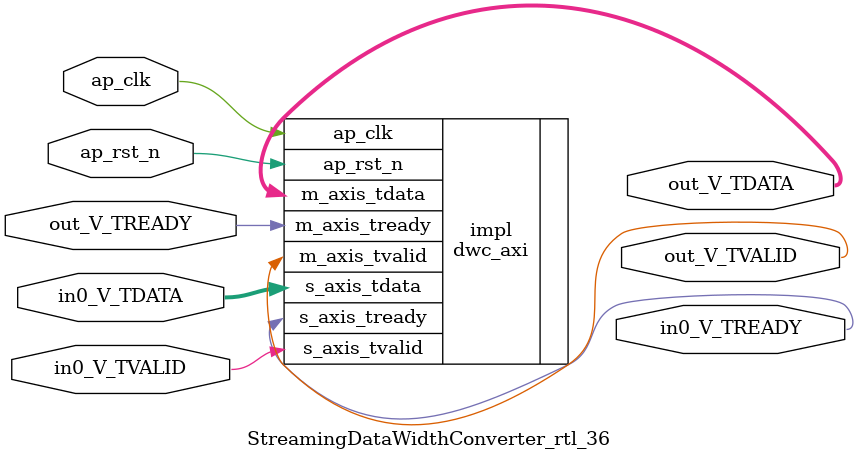
<source format=v>
/******************************************************************************
 * Copyright (C) 2023, Advanced Micro Devices, Inc.
 * All rights reserved.
 *
 * Redistribution and use in source and binary forms, with or without
 * modification, are permitted provided that the following conditions are met:
 *
 *  1. Redistributions of source code must retain the above copyright notice,
 *     this list of conditions and the following disclaimer.
 *
 *  2. Redistributions in binary form must reproduce the above copyright
 *     notice, this list of conditions and the following disclaimer in the
 *     documentation and/or other materials provided with the distribution.
 *
 *  3. Neither the name of the copyright holder nor the names of its
 *     contributors may be used to endorse or promote products derived from
 *     this software without specific prior written permission.
 *
 * THIS SOFTWARE IS PROVIDED BY THE COPYRIGHT HOLDERS AND CONTRIBUTORS "AS IS"
 * AND ANY EXPRESS OR IMPLIED WARRANTIES, INCLUDING, BUT NOT LIMITED TO,
 * THE IMPLIED WARRANTIES OF MERCHANTABILITY AND FITNESS FOR A PARTICULAR
 * PURPOSE ARE DISCLAIMED. IN NO EVENT SHALL THE COPYRIGHT HOLDER OR
 * CONTRIBUTORS BE LIABLE FOR ANY DIRECT, INDIRECT, INCIDENTAL, SPECIAL,
 * EXEMPLARY, OR CONSEQUENTIAL DAMAGES (INCLUDING, BUT NOT LIMITED TO,
 * PROCUREMENT OF SUBSTITUTE GOODS OR SERVICES; LOSS OF USE, DATA, OR PROFITS;
 * OR BUSINESS INTERRUPTION). HOWEVER CAUSED AND ON ANY THEORY OF LIABILITY,
 * WHETHER IN CONTRACT, STRICT LIABILITY, OR TORT (INCLUDING NEGLIGENCE OR
 * OTHERWISE) ARISING IN ANY WAY OUT OF THE USE OF THIS SOFTWARE, EVEN IF
 * ADVISED OF THE POSSIBILITY OF SUCH DAMAGE.
 *****************************************************************************/

module StreamingDataWidthConverter_rtl_36 #(
	parameter  IBITS = 320,
	parameter  OBITS = 5,

	parameter  AXI_IBITS = (IBITS+7)/8 * 8,
	parameter  AXI_OBITS = (OBITS+7)/8 * 8
)(
	//- Global Control ------------------
	(* X_INTERFACE_INFO = "xilinx.com:signal:clock:1.0 ap_clk CLK" *)
	(* X_INTERFACE_PARAMETER = "ASSOCIATED_BUSIF in0_V:out_V, ASSOCIATED_RESET ap_rst_n" *)
	input	ap_clk,
	(* X_INTERFACE_PARAMETER = "POLARITY ACTIVE_LOW" *)
	input	ap_rst_n,

	//- AXI Stream - Input --------------
	output	in0_V_TREADY,
	input	in0_V_TVALID,
	input	[AXI_IBITS-1:0]  in0_V_TDATA,

	//- AXI Stream - Output -------------
	input	out_V_TREADY,
	output	out_V_TVALID,
	output	[AXI_OBITS-1:0]  out_V_TDATA
);

	dwc_axi #(
		.IBITS(IBITS),
		.OBITS(OBITS)
	) impl (
		.ap_clk(ap_clk),
		.ap_rst_n(ap_rst_n),
		.s_axis_tready(in0_V_TREADY),
		.s_axis_tvalid(in0_V_TVALID),
		.s_axis_tdata(in0_V_TDATA),
		.m_axis_tready(out_V_TREADY),
		.m_axis_tvalid(out_V_TVALID),
		.m_axis_tdata(out_V_TDATA)
	);

endmodule

</source>
